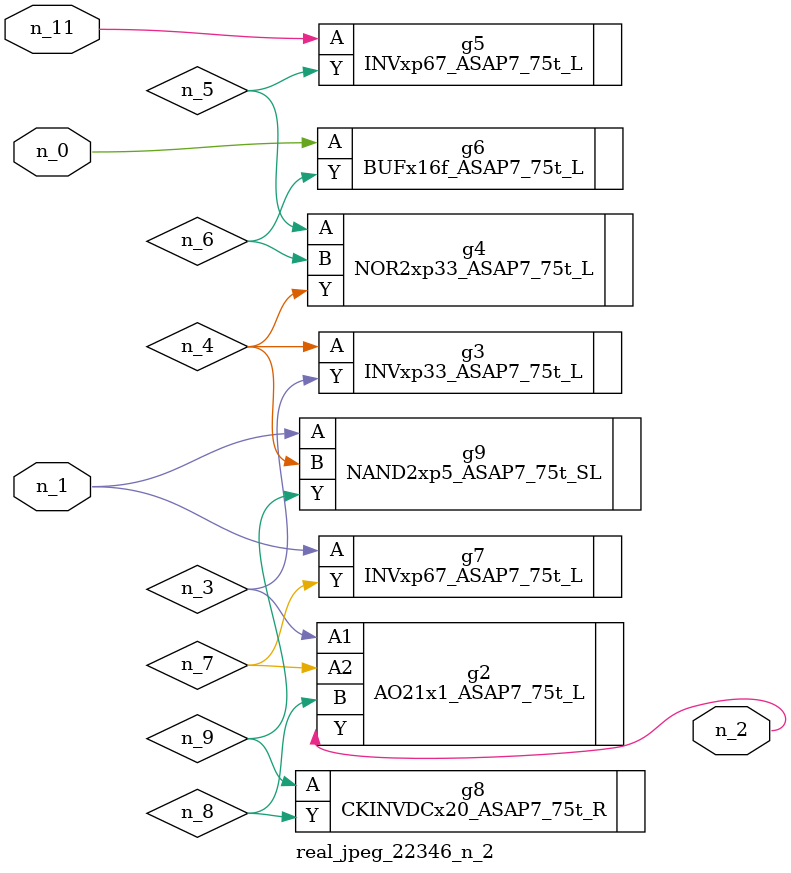
<source format=v>
module real_jpeg_22346_n_2 (n_1, n_11, n_0, n_2);

input n_1;
input n_11;
input n_0;

output n_2;

wire n_5;
wire n_4;
wire n_8;
wire n_6;
wire n_7;
wire n_3;
wire n_9;

BUFx16f_ASAP7_75t_L g6 ( 
.A(n_0),
.Y(n_6)
);

INVxp67_ASAP7_75t_L g7 ( 
.A(n_1),
.Y(n_7)
);

NAND2xp5_ASAP7_75t_SL g9 ( 
.A(n_1),
.B(n_4),
.Y(n_9)
);

AO21x1_ASAP7_75t_L g2 ( 
.A1(n_3),
.A2(n_7),
.B(n_8),
.Y(n_2)
);

INVxp33_ASAP7_75t_L g3 ( 
.A(n_4),
.Y(n_3)
);

NOR2xp33_ASAP7_75t_L g4 ( 
.A(n_5),
.B(n_6),
.Y(n_4)
);

CKINVDCx20_ASAP7_75t_R g8 ( 
.A(n_9),
.Y(n_8)
);

INVxp67_ASAP7_75t_L g5 ( 
.A(n_11),
.Y(n_5)
);


endmodule
</source>
